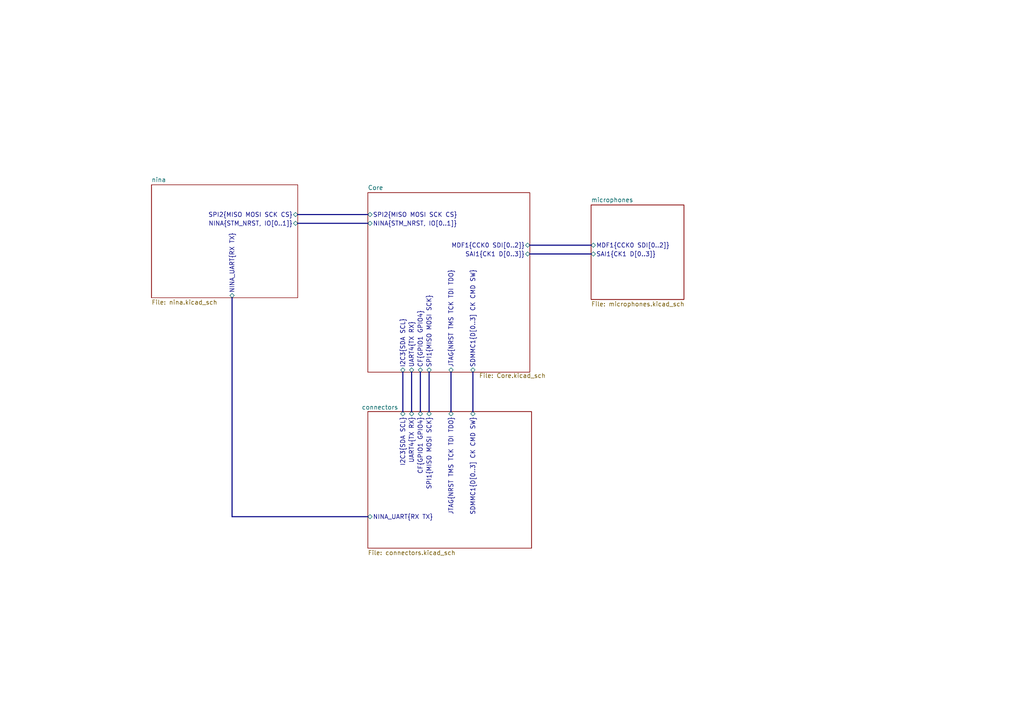
<source format=kicad_sch>
(kicad_sch
	(version 20250114)
	(generator "eeschema")
	(generator_version "9.0")
	(uuid "7cc3145b-d134-474e-873d-c592b51eff18")
	(paper "A4")
	(lib_symbols)
	(bus
		(pts
			(xy 116.84 107.95) (xy 116.84 119.38)
		)
		(stroke
			(width 0)
			(type default)
		)
		(uuid "0978e020-4b4a-42e5-a111-67a437812996")
	)
	(bus
		(pts
			(xy 153.67 71.12) (xy 171.45 71.12)
		)
		(stroke
			(width 0)
			(type default)
		)
		(uuid "16fd2cad-4a82-42dc-908e-df4c89a20de8")
	)
	(bus
		(pts
			(xy 67.31 86.36) (xy 67.31 149.86)
		)
		(stroke
			(width 0)
			(type default)
		)
		(uuid "20fc1217-186d-4703-ac30-ffba0d68d152")
	)
	(bus
		(pts
			(xy 130.81 107.95) (xy 130.81 119.38)
		)
		(stroke
			(width 0)
			(type default)
		)
		(uuid "2adef5b4-2de2-4ee8-ac3d-b65c3eae0751")
	)
	(bus
		(pts
			(xy 124.46 107.95) (xy 124.46 119.38)
		)
		(stroke
			(width 0)
			(type default)
		)
		(uuid "2c0123ca-9027-4f55-8d7a-409d863398e4")
	)
	(bus
		(pts
			(xy 86.36 64.77) (xy 106.68 64.77)
		)
		(stroke
			(width 0)
			(type default)
		)
		(uuid "30bc8172-2acc-4df4-bba3-3309d1a3e0f9")
	)
	(bus
		(pts
			(xy 86.36 62.23) (xy 106.68 62.23)
		)
		(stroke
			(width 0)
			(type default)
		)
		(uuid "3c2daa1e-bce4-42c2-b4e1-f4227ae8e8b9")
	)
	(bus
		(pts
			(xy 153.67 73.66) (xy 171.45 73.66)
		)
		(stroke
			(width 0)
			(type default)
		)
		(uuid "4a648c4b-27a1-4554-940e-2aa56cae1fe9")
	)
	(bus
		(pts
			(xy 121.92 107.95) (xy 121.92 119.38)
		)
		(stroke
			(width 0)
			(type default)
		)
		(uuid "550422f6-c57f-42f2-98dd-45ec3d093c1b")
	)
	(bus
		(pts
			(xy 119.38 107.95) (xy 119.38 119.38)
		)
		(stroke
			(width 0)
			(type default)
		)
		(uuid "6d724376-590d-45f1-99c3-218fb7246b13")
	)
	(bus
		(pts
			(xy 137.16 107.95) (xy 137.16 119.38)
		)
		(stroke
			(width 0)
			(type default)
		)
		(uuid "9f4b837f-8c66-4268-bee5-ff4516940e79")
	)
	(bus
		(pts
			(xy 67.31 149.86) (xy 106.68 149.86)
		)
		(stroke
			(width 0)
			(type default)
		)
		(uuid "d744263a-0797-4a61-8e6e-cf2c70e043cf")
	)
	(sheet
		(at 171.45 59.436)
		(size 26.924 27.432)
		(exclude_from_sim no)
		(in_bom yes)
		(on_board yes)
		(dnp no)
		(fields_autoplaced yes)
		(stroke
			(width 0.1524)
			(type solid)
		)
		(fill
			(color 0 0 0 0.0000)
		)
		(uuid "07b57c6f-bb4e-49e0-be46-1f9a0004bf87")
		(property "Sheetname" "microphones"
			(at 171.45 58.7244 0)
			(effects
				(font
					(size 1.27 1.27)
				)
				(justify left bottom)
			)
		)
		(property "Sheetfile" "microphones.kicad_sch"
			(at 171.45 87.4526 0)
			(effects
				(font
					(size 1.27 1.27)
				)
				(justify left top)
			)
		)
		(pin "SAI1{CK1 D[0..3]}" bidirectional
			(at 171.45 73.66 180)
			(uuid "7961b4c1-b21a-4cfb-8578-9b1b04a03295")
			(effects
				(font
					(size 1.27 1.27)
				)
				(justify left)
			)
		)
		(pin "MDF1{CCK0 SDI[0..2]}" bidirectional
			(at 171.45 71.12 180)
			(uuid "1062522b-3a0d-46c0-a7ea-cc78a00d7288")
			(effects
				(font
					(size 1.27 1.27)
				)
				(justify left)
			)
		)
		(instances
			(project "gap9_deck_v2"
				(path "/7cc3145b-d134-474e-873d-c592b51eff18"
					(page "5")
				)
			)
		)
	)
	(sheet
		(at 106.68 119.38)
		(size 47.498 39.624)
		(exclude_from_sim no)
		(in_bom yes)
		(on_board yes)
		(dnp no)
		(stroke
			(width 0.1524)
			(type solid)
		)
		(fill
			(color 0 0 0 0.0000)
		)
		(uuid "6733a746-ebe2-4a0e-8d15-4e21903af6df")
		(property "Sheetname" "connectors"
			(at 104.902 118.872 0)
			(effects
				(font
					(size 1.27 1.27)
				)
				(justify left bottom)
			)
		)
		(property "Sheetfile" "connectors.kicad_sch"
			(at 106.68 159.5886 0)
			(effects
				(font
					(size 1.27 1.27)
				)
				(justify left top)
			)
		)
		(pin "NINA_UART{RX TX}" bidirectional
			(at 106.68 149.86 180)
			(uuid "47759c50-51b0-4f04-8d1d-d500b9cd0ce6")
			(effects
				(font
					(size 1.27 1.27)
				)
				(justify left)
			)
		)
		(pin "UART4{TX RX}" bidirectional
			(at 119.38 119.38 90)
			(uuid "4a44336b-d536-48ff-be88-ee22c04a1bf2")
			(effects
				(font
					(size 1.27 1.27)
				)
				(justify right)
			)
		)
		(pin "JTAG{NRST TMS TCK TDI TDO}" bidirectional
			(at 130.81 119.38 90)
			(uuid "f771a3c0-1a7f-40ac-9354-37305b7c3ae0")
			(effects
				(font
					(size 1.27 1.27)
				)
				(justify right)
			)
		)
		(pin "SPI1{MISO MOSI SCK}" bidirectional
			(at 124.46 119.38 90)
			(uuid "e3e6086c-2404-4a67-b952-e2ebaf2af6fe")
			(effects
				(font
					(size 1.27 1.27)
				)
				(justify right)
			)
		)
		(pin "SDMMC1{D[0..3] CK CMD SW}" bidirectional
			(at 137.16 119.38 90)
			(uuid "cd54f51a-1c7f-45ba-b817-d848917e08b6")
			(effects
				(font
					(size 1.27 1.27)
				)
				(justify right)
			)
		)
		(pin "I2C3{SDA SCL}" bidirectional
			(at 116.84 119.38 90)
			(uuid "16f5ab2e-4244-4db1-b683-d70c316f5f5f")
			(effects
				(font
					(size 1.27 1.27)
				)
				(justify right)
			)
		)
		(pin "CF{GPIO1 GPIO4}" bidirectional
			(at 121.92 119.38 90)
			(uuid "5fd2546e-3231-4709-b21f-9cdc1270cf93")
			(effects
				(font
					(size 1.27 1.27)
				)
				(justify right)
			)
		)
		(instances
			(project "gap9_deck_v2"
				(path "/7cc3145b-d134-474e-873d-c592b51eff18"
					(page "3")
				)
			)
		)
	)
	(sheet
		(at 106.68 55.88)
		(size 46.99 52.07)
		(exclude_from_sim no)
		(in_bom yes)
		(on_board yes)
		(dnp no)
		(stroke
			(width 0.1524)
			(type solid)
		)
		(fill
			(color 0 0 0 0.0000)
		)
		(uuid "c5ec036b-10a7-4568-a077-d658bc361685")
		(property "Sheetname" "Core"
			(at 106.68 55.1684 0)
			(effects
				(font
					(size 1.27 1.27)
				)
				(justify left bottom)
			)
		)
		(property "Sheetfile" "Core.kicad_sch"
			(at 138.938 108.204 0)
			(effects
				(font
					(size 1.27 1.27)
				)
				(justify left top)
			)
		)
		(pin "JTAG{NRST TMS TCK TDI TDO}" bidirectional
			(at 130.81 107.95 270)
			(uuid "4a1ad053-7ba0-49a3-bf34-5b7cf6ce8d23")
			(effects
				(font
					(size 1.27 1.27)
				)
				(justify left)
			)
		)
		(pin "SDMMC1{D[0..3] CK CMD SW}" bidirectional
			(at 137.16 107.95 270)
			(uuid "31764fa5-6ab9-4bcb-becb-7b255d89bb45")
			(effects
				(font
					(size 1.27 1.27)
				)
				(justify left)
			)
		)
		(pin "CF{GPIO1 GPIO4}" bidirectional
			(at 121.92 107.95 270)
			(uuid "78e5772d-b633-4894-a4e3-f5a3dbb1fe48")
			(effects
				(font
					(size 1.27 1.27)
				)
				(justify left)
			)
		)
		(pin "I2C3{SDA SCL}" bidirectional
			(at 116.84 107.95 270)
			(uuid "2a13b79d-81dd-47ae-9afa-e575c2f7356e")
			(effects
				(font
					(size 1.27 1.27)
				)
				(justify left)
			)
		)
		(pin "SPI1{MISO MOSI SCK}" bidirectional
			(at 124.46 107.95 270)
			(uuid "d53c5249-2f81-48c4-8fed-5d0de0379136")
			(effects
				(font
					(size 1.27 1.27)
				)
				(justify left)
			)
		)
		(pin "UART4{TX RX}" bidirectional
			(at 119.38 107.95 270)
			(uuid "fdda905d-c2e3-4192-9bcf-e31a975a37bf")
			(effects
				(font
					(size 1.27 1.27)
				)
				(justify left)
			)
		)
		(pin "SPI2{MISO MOSI SCK CS}" bidirectional
			(at 106.68 62.23 180)
			(uuid "f35254a3-250a-428c-b3af-2401e8827f6b")
			(effects
				(font
					(size 1.27 1.27)
				)
				(justify left)
			)
		)
		(pin "SAI1{CK1 D[0..3]}" bidirectional
			(at 153.67 73.66 0)
			(uuid "1ae9c84e-0d2d-4527-9f16-115a36d47a55")
			(effects
				(font
					(size 1.27 1.27)
				)
				(justify right)
			)
		)
		(pin "MDF1{CCK0 SDI[0..2]}" bidirectional
			(at 153.67 71.12 0)
			(uuid "aa0c7af1-74aa-4ddd-ab6d-0b5c23e600ff")
			(effects
				(font
					(size 1.27 1.27)
				)
				(justify right)
			)
		)
		(pin "NINA{STM_NRST, IO[0..1]}" bidirectional
			(at 106.68 64.77 180)
			(uuid "2c8922ca-8303-460b-a1ec-89d0137807f9")
			(effects
				(font
					(size 1.27 1.27)
				)
				(justify left)
			)
		)
		(instances
			(project "gap9_deck_v2"
				(path "/7cc3145b-d134-474e-873d-c592b51eff18"
					(page "2")
				)
			)
		)
	)
	(sheet
		(at 43.942 53.594)
		(size 42.418 32.766)
		(exclude_from_sim no)
		(in_bom yes)
		(on_board yes)
		(dnp no)
		(fields_autoplaced yes)
		(stroke
			(width 0.1524)
			(type solid)
		)
		(fill
			(color 0 0 0 0.0000)
		)
		(uuid "d7b3de8d-271a-41de-bba3-77a2afea5ac0")
		(property "Sheetname" "nina"
			(at 43.942 52.8824 0)
			(effects
				(font
					(size 1.27 1.27)
				)
				(justify left bottom)
			)
		)
		(property "Sheetfile" "nina.kicad_sch"
			(at 43.942 86.9446 0)
			(effects
				(font
					(size 1.27 1.27)
				)
				(justify left top)
			)
		)
		(pin "NINA_UART{RX TX}" bidirectional
			(at 67.31 86.36 270)
			(uuid "3544ed1f-6adb-4392-8112-4fa73ac7c6e5")
			(effects
				(font
					(size 1.27 1.27)
				)
				(justify left)
			)
		)
		(pin "SPI2{MISO MOSI SCK CS}" bidirectional
			(at 86.36 62.23 0)
			(uuid "cc29ff2b-8952-4cf1-a798-998644df081e")
			(effects
				(font
					(size 1.27 1.27)
				)
				(justify right)
			)
		)
		(pin "NINA{STM_NRST, IO[0..1]}" bidirectional
			(at 86.36 64.77 0)
			(uuid "3ce1a215-bb4a-4df8-839e-cac115f38514")
			(effects
				(font
					(size 1.27 1.27)
				)
				(justify right)
			)
		)
		(instances
			(project "gap9_deck_v2"
				(path "/7cc3145b-d134-474e-873d-c592b51eff18"
					(page "6")
				)
			)
		)
	)
	(sheet_instances
		(path "/"
			(page "#")
		)
	)
	(embedded_fonts no)
)

</source>
